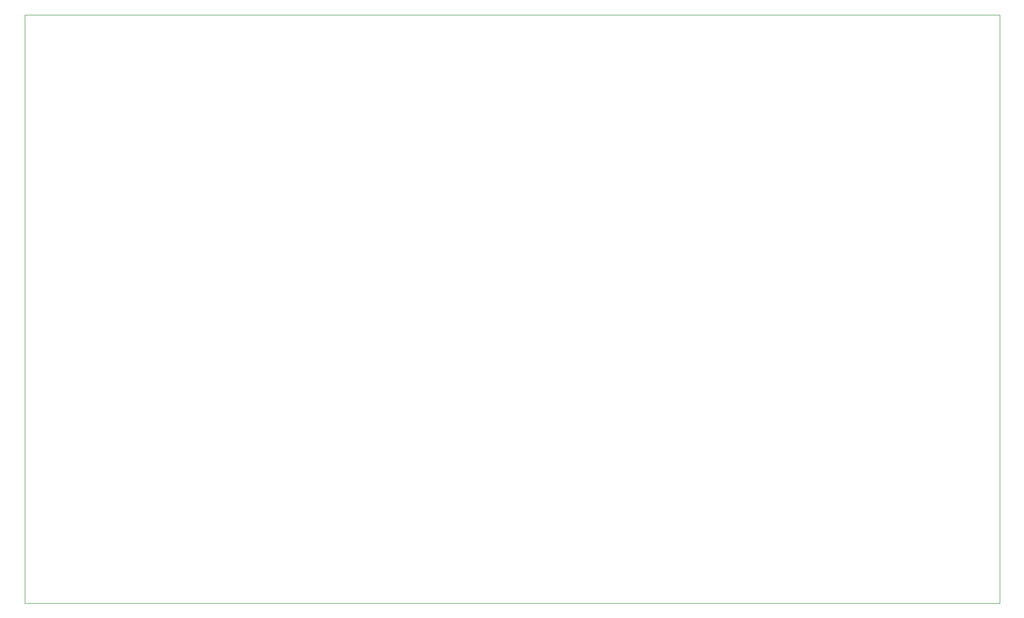
<source format=gbr>
%TF.GenerationSoftware,KiCad,Pcbnew,5.1.10-1.fc34*%
%TF.CreationDate,2021-07-16T04:01:23+02:00*%
%TF.ProjectId,sequencer8,73657175-656e-4636-9572-382e6b696361,rev?*%
%TF.SameCoordinates,Original*%
%TF.FileFunction,Profile,NP*%
%FSLAX46Y46*%
G04 Gerber Fmt 4.6, Leading zero omitted, Abs format (unit mm)*
G04 Created by KiCad (PCBNEW 5.1.10-1.fc34) date 2021-07-16 04:01:23*
%MOMM*%
%LPD*%
G01*
G04 APERTURE LIST*
%TA.AperFunction,Profile*%
%ADD10C,0.050000*%
%TD*%
G04 APERTURE END LIST*
D10*
X258572000Y-113792000D02*
X91948000Y-113792000D01*
X91948000Y-13208000D02*
X91948000Y-113792000D01*
X258572000Y-13208000D02*
X91948000Y-13208000D01*
X258572000Y-113792000D02*
X258572000Y-13208000D01*
M02*

</source>
